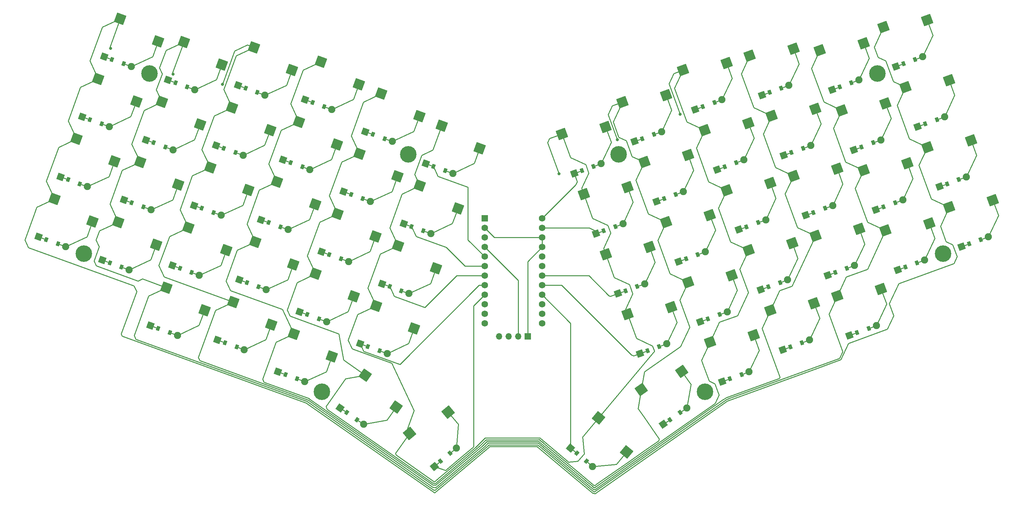
<source format=gbr>
%TF.GenerationSoftware,KiCad,Pcbnew,7.0.1-0*%
%TF.CreationDate,2023-04-16T11:56:44-05:00*%
%TF.ProjectId,tutorial,7475746f-7269-4616-9c2e-6b696361645f,v1.0.0*%
%TF.SameCoordinates,Original*%
%TF.FileFunction,Copper,L2,Bot*%
%TF.FilePolarity,Positive*%
%FSLAX46Y46*%
G04 Gerber Fmt 4.6, Leading zero omitted, Abs format (unit mm)*
G04 Created by KiCad (PCBNEW 7.0.1-0) date 2023-04-16 11:56:44*
%MOMM*%
%LPD*%
G01*
G04 APERTURE LIST*
G04 Aperture macros list*
%AMRotRect*
0 Rectangle, with rotation*
0 The origin of the aperture is its center*
0 $1 length*
0 $2 width*
0 $3 Rotation angle, in degrees counterclockwise*
0 Add horizontal line*
21,1,$1,$2,0,0,$3*%
G04 Aperture macros list end*
%TA.AperFunction,SMDPad,CuDef*%
%ADD10RotRect,2.600000X2.600000X20.000000*%
%TD*%
%TA.AperFunction,ComponentPad*%
%ADD11RotRect,1.778000X1.778000X20.000000*%
%TD*%
%TA.AperFunction,SMDPad,CuDef*%
%ADD12RotRect,0.900000X1.200000X20.000000*%
%TD*%
%TA.AperFunction,ComponentPad*%
%ADD13C,1.905000*%
%TD*%
%TA.AperFunction,ComponentPad*%
%ADD14RotRect,1.778000X1.778000X340.000000*%
%TD*%
%TA.AperFunction,SMDPad,CuDef*%
%ADD15RotRect,0.900000X1.200000X340.000000*%
%TD*%
%TA.AperFunction,SMDPad,CuDef*%
%ADD16RotRect,2.600000X2.600000X340.000000*%
%TD*%
%TA.AperFunction,ComponentPad*%
%ADD17C,0.700000*%
%TD*%
%TA.AperFunction,ComponentPad*%
%ADD18C,4.400000*%
%TD*%
%TA.AperFunction,ComponentPad*%
%ADD19RotRect,1.778000X1.778000X40.000000*%
%TD*%
%TA.AperFunction,SMDPad,CuDef*%
%ADD20RotRect,0.900000X1.200000X40.000000*%
%TD*%
%TA.AperFunction,ComponentPad*%
%ADD21R,1.700000X1.700000*%
%TD*%
%TA.AperFunction,ComponentPad*%
%ADD22O,1.700000X1.700000*%
%TD*%
%TA.AperFunction,ComponentPad*%
%ADD23R,1.752600X1.752600*%
%TD*%
%TA.AperFunction,ComponentPad*%
%ADD24C,1.752600*%
%TD*%
%TA.AperFunction,SMDPad,CuDef*%
%ADD25RotRect,2.600000X2.600000X40.000000*%
%TD*%
%TA.AperFunction,ComponentPad*%
%ADD26RotRect,1.778000X1.778000X320.000000*%
%TD*%
%TA.AperFunction,SMDPad,CuDef*%
%ADD27RotRect,0.900000X1.200000X320.000000*%
%TD*%
%TA.AperFunction,SMDPad,CuDef*%
%ADD28RotRect,2.600000X2.600000X320.000000*%
%TD*%
%TA.AperFunction,SMDPad,CuDef*%
%ADD29RotRect,2.600000X2.600000X35.000000*%
%TD*%
%TA.AperFunction,ComponentPad*%
%ADD30RotRect,1.778000X1.778000X35.000000*%
%TD*%
%TA.AperFunction,SMDPad,CuDef*%
%ADD31RotRect,0.900000X1.200000X35.000000*%
%TD*%
%TA.AperFunction,SMDPad,CuDef*%
%ADD32RotRect,2.600000X2.600000X325.000000*%
%TD*%
%TA.AperFunction,ComponentPad*%
%ADD33RotRect,1.778000X1.778000X325.000000*%
%TD*%
%TA.AperFunction,SMDPad,CuDef*%
%ADD34RotRect,0.900000X1.200000X325.000000*%
%TD*%
%TA.AperFunction,ViaPad*%
%ADD35C,0.800000*%
%TD*%
%TA.AperFunction,Conductor*%
%ADD36C,0.250000*%
%TD*%
G04 APERTURE END LIST*
D10*
%TO.P,S56,1*%
%TO.N,P9*%
X194610817Y-115411372D03*
%TO.P,S56,2*%
%TO.N,mirror_inner_num*%
X206216711Y-113528363D03*
%TD*%
%TO.P,S38,1*%
%TO.N,P16*%
X267756542Y-158492147D03*
%TO.P,S38,2*%
%TO.N,mirror_ring_mod*%
X279362436Y-156609138D03*
%TD*%
D11*
%TO.P,D35,1*%
%TO.N,P4*%
X277994812Y-135557314D03*
D12*
X280024548Y-134818550D03*
%TO.P,D35,2*%
%TO.N,mirror_pinky_home*%
X283125534Y-133689884D03*
D13*
X285155270Y-132951120D03*
%TD*%
D14*
%TO.P,D10,1*%
%TO.N,P18*%
X91101621Y-150383792D03*
D15*
X93131357Y-151122556D03*
%TO.P,D10,2*%
%TO.N,ring_bottom*%
X96232343Y-152251222D03*
D13*
X98262079Y-152989986D03*
%TD*%
D16*
%TO.P,S17,1*%
%TO.N,P7*%
X124747683Y-112134715D03*
%TO.P,S17,2*%
%TO.N,middle_top*%
X134848688Y-118152371D03*
%TD*%
D17*
%TO.P,_6,1*%
%TO.N,N/C*%
X294330321Y-147809110D03*
X294385406Y-146547457D03*
X295183494Y-148740185D03*
X295316481Y-145694284D03*
D18*
X295880814Y-147244777D03*
D17*
X296445147Y-148795270D03*
X296578134Y-145749369D03*
X297376222Y-147942097D03*
X297431307Y-146680444D03*
%TD*%
D14*
%TO.P,D25,1*%
%TO.N,P19*%
X146804315Y-155227335D03*
D15*
X148834051Y-155966099D03*
%TO.P,D25,2*%
%TO.N,inner_home*%
X151935037Y-157094765D03*
D13*
X153964773Y-157833529D03*
%TD*%
D16*
%TO.P,S14,1*%
%TO.N,P10*%
X107304657Y-160059046D03*
%TO.P,S14,2*%
%TO.N,middle_mod*%
X117405662Y-166076702D03*
%TD*%
D11*
%TO.P,D39,1*%
%TO.N,P5*%
X265184580Y-152989986D03*
D12*
X267214316Y-152251222D03*
%TO.P,D39,2*%
%TO.N,mirror_ring_bottom*%
X270315302Y-151122556D03*
D13*
X272345038Y-150383792D03*
%TD*%
D11*
%TO.P,D41,1*%
%TO.N,P0*%
X253555893Y-121040438D03*
D12*
X255585629Y-120301674D03*
%TO.P,D41,2*%
%TO.N,mirror_ring_top*%
X258686615Y-119173008D03*
D13*
X260716351Y-118434244D03*
%TD*%
D10*
%TO.P,S33,1*%
%TO.N,P14*%
X280038204Y-86978785D03*
%TO.P,S33,2*%
%TO.N,mirror_outer_num*%
X291644098Y-85095776D03*
%TD*%
D16*
%TO.P,S22,1*%
%TO.N,P8*%
X140807092Y-120640318D03*
%TO.P,S22,2*%
%TO.N,index_top*%
X150908097Y-126657974D03*
%TD*%
D10*
%TO.P,S43,1*%
%TO.N,P10*%
X249987015Y-162299279D03*
%TO.P,S43,2*%
%TO.N,mirror_middle_mod*%
X261592909Y-160416270D03*
%TD*%
D11*
%TO.P,D43,1*%
%TO.N,P6*%
X253229407Y-172771892D03*
D12*
X255259143Y-172033128D03*
%TO.P,D43,2*%
%TO.N,mirror_middle_mod*%
X258360129Y-170904462D03*
D13*
X260389865Y-170165698D03*
%TD*%
D16*
%TO.P,S8,1*%
%TO.N,P16*%
X94167938Y-90894912D03*
%TO.P,S8,2*%
%TO.N,pinky_num*%
X104268943Y-96912568D03*
%TD*%
D19*
%TO.P,D29,1*%
%TO.N,P15*%
X160705522Y-203831244D03*
D20*
X162360178Y-202442823D03*
%TO.P,D29,2*%
%TO.N,space_cluster*%
X164888124Y-200321623D03*
D13*
X166542780Y-198933202D03*
%TD*%
D16*
%TO.P,S19,1*%
%TO.N,P7*%
X123364065Y-168564643D03*
%TO.P,S19,2*%
%TO.N,index_mod*%
X133465070Y-174582299D03*
%TD*%
D17*
%TO.P,_1,1*%
%TO.N,N/C*%
X83458379Y-98756116D03*
X84311552Y-97825041D03*
X83513464Y-100017769D03*
X85573205Y-97769956D03*
D18*
X85008872Y-99320449D03*
D17*
X84444539Y-100870942D03*
X86504280Y-98623129D03*
X85706192Y-100815857D03*
X86559365Y-99884782D03*
%TD*%
D16*
%TO.P,S16,1*%
%TO.N,P7*%
X118933331Y-128109490D03*
%TO.P,S16,2*%
%TO.N,middle_home*%
X129034336Y-134127146D03*
%TD*%
%TO.P,S26,1*%
%TO.N,P9*%
X156866514Y-129145908D03*
%TO.P,S26,2*%
%TO.N,inner_top*%
X166967519Y-135163564D03*
%TD*%
D11*
%TO.P,D36,1*%
%TO.N,P0*%
X272180461Y-119582539D03*
D12*
X274210197Y-118843775D03*
%TO.P,D36,2*%
%TO.N,mirror_pinky_top*%
X277311183Y-117715109D03*
D13*
X279340919Y-116976345D03*
%TD*%
D14*
%TO.P,D17,1*%
%TO.N,P20*%
X120499832Y-122241369D03*
D15*
X122529568Y-122980133D03*
%TO.P,D17,2*%
%TO.N,middle_top*%
X125630554Y-124108799D03*
D13*
X127660290Y-124847563D03*
%TD*%
D14*
%TO.P,D16,1*%
%TO.N,P19*%
X114685479Y-138216148D03*
D15*
X116715215Y-138954912D03*
%TO.P,D16,2*%
%TO.N,middle_home*%
X119816201Y-140083578D03*
D13*
X121845937Y-140822342D03*
%TD*%
D14*
%TO.P,D26,1*%
%TO.N,P20*%
X152618658Y-139252562D03*
D15*
X154648394Y-139991326D03*
%TO.P,D26,2*%
%TO.N,inner_top*%
X157749380Y-141119992D03*
D13*
X159779116Y-141858756D03*
%TD*%
D14*
%TO.P,D22,1*%
%TO.N,P20*%
X136559249Y-130746969D03*
D15*
X138588985Y-131485733D03*
%TO.P,D22,2*%
%TO.N,index_top*%
X141689971Y-132614399D03*
D13*
X143719707Y-133353163D03*
%TD*%
D14*
%TO.P,D1,1*%
%TO.N,P18*%
X55562585Y-142769522D03*
D15*
X57592321Y-143508286D03*
%TO.P,D1,2*%
%TO.N,outer_bottom*%
X60693307Y-144636952D03*
D13*
X62723043Y-145375716D03*
%TD*%
D11*
%TO.P,D30,1*%
%TO.N,P5*%
X300723614Y-145375720D03*
D12*
X302753350Y-144636956D03*
%TO.P,D30,2*%
%TO.N,mirror_outer_bottom*%
X305854336Y-143508290D03*
D13*
X307884072Y-142769526D03*
%TD*%
D14*
%TO.P,D21,1*%
%TO.N,P19*%
X130744898Y-146721741D03*
D15*
X132774634Y-147460505D03*
%TO.P,D21,2*%
%TO.N,index_home*%
X135875620Y-148589171D03*
D13*
X137905356Y-149327935D03*
%TD*%
D21*
%TO.P,OLED1,1*%
%TO.N,GND*%
X185523336Y-169231975D03*
D22*
%TO.P,OLED1,2*%
%TO.N,VCC*%
X182983336Y-169231975D03*
%TO.P,OLED1,3*%
%TO.N,P3*%
X180443336Y-169231975D03*
%TO.P,OLED1,4*%
%TO.N,P2*%
X177903336Y-169231975D03*
%TD*%
D11*
%TO.P,D50,1*%
%TO.N,P4*%
X225541303Y-149327940D03*
D12*
X227571039Y-148589176D03*
%TO.P,D50,2*%
%TO.N,mirror_index_home*%
X230672025Y-147460510D03*
D13*
X232701761Y-146721746D03*
%TD*%
D11*
%TO.P,D34,1*%
%TO.N,P5*%
X283809152Y-151532094D03*
D12*
X285838888Y-150793330D03*
%TO.P,D34,2*%
%TO.N,mirror_pinky_bottom*%
X288939874Y-149664664D03*
D13*
X290969610Y-148925900D03*
%TD*%
D11*
%TO.P,D37,1*%
%TO.N,P1*%
X266366125Y-103607768D03*
D12*
X268395861Y-102869004D03*
%TO.P,D37,2*%
%TO.N,mirror_pinky_num*%
X271496847Y-101740338D03*
D13*
X273526583Y-101001574D03*
%TD*%
D10*
%TO.P,S39,1*%
%TO.N,P10*%
X261942196Y-142517373D03*
%TO.P,S39,2*%
%TO.N,mirror_ring_bottom*%
X273548090Y-140634364D03*
%TD*%
D14*
%TO.P,D2,1*%
%TO.N,P19*%
X61376932Y-126794752D03*
D15*
X63406668Y-127533516D03*
%TO.P,D2,2*%
%TO.N,outer_home*%
X66507654Y-128662182D03*
D13*
X68537390Y-129400946D03*
%TD*%
D23*
%TO.P,MCU1,1*%
%TO.N,RAW*%
X174103327Y-137861977D03*
D24*
%TO.P,MCU1,2*%
%TO.N,GND*%
X174103327Y-140401977D03*
%TO.P,MCU1,3*%
%TO.N,RST*%
X174103327Y-142941977D03*
%TO.P,MCU1,4*%
%TO.N,VCC*%
X174103327Y-145481977D03*
%TO.P,MCU1,5*%
%TO.N,P21*%
X174103327Y-148021977D03*
%TO.P,MCU1,6*%
%TO.N,P20*%
X174103327Y-150561977D03*
%TO.P,MCU1,7*%
%TO.N,P19*%
X174103327Y-153101977D03*
%TO.P,MCU1,8*%
%TO.N,P18*%
X174103327Y-155641977D03*
%TO.P,MCU1,9*%
%TO.N,P15*%
X174103327Y-158181977D03*
%TO.P,MCU1,10*%
%TO.N,P14*%
X174103327Y-160721977D03*
%TO.P,MCU1,11*%
%TO.N,P16*%
X174103327Y-163261977D03*
%TO.P,MCU1,12*%
%TO.N,P10*%
X174103327Y-165801977D03*
%TO.P,MCU1,13*%
%TO.N,P1*%
X189343327Y-137861977D03*
%TO.P,MCU1,14*%
%TO.N,P0*%
X189343327Y-140401977D03*
%TO.P,MCU1,15*%
%TO.N,GND*%
X189343327Y-142941977D03*
%TO.P,MCU1,16*%
X189343327Y-145481977D03*
%TO.P,MCU1,17*%
%TO.N,P2*%
X189343327Y-148021977D03*
%TO.P,MCU1,18*%
%TO.N,P3*%
X189343327Y-150561977D03*
%TO.P,MCU1,19*%
%TO.N,P4*%
X189343327Y-153101977D03*
%TO.P,MCU1,20*%
%TO.N,P5*%
X189343327Y-155641977D03*
%TO.P,MCU1,21*%
%TO.N,P6*%
X189343327Y-158181977D03*
%TO.P,MCU1,22*%
%TO.N,P7*%
X189343327Y-160721977D03*
%TO.P,MCU1,23*%
%TO.N,P8*%
X189343327Y-163261977D03*
%TO.P,MCU1,24*%
%TO.N,P9*%
X189343327Y-165801977D03*
%TD*%
D14*
%TO.P,D15,1*%
%TO.N,P18*%
X108871139Y-154190930D03*
D15*
X110900875Y-154929694D03*
%TO.P,D15,2*%
%TO.N,middle_bottom*%
X114001861Y-156058360D03*
D13*
X116031597Y-156797124D03*
%TD*%
D10*
%TO.P,S32,1*%
%TO.N,P14*%
X285852542Y-102953556D03*
%TO.P,S32,2*%
%TO.N,mirror_outer_top*%
X297458436Y-101070547D03*
%TD*%
D14*
%TO.P,D3,1*%
%TO.N,P20*%
X67191269Y-110819979D03*
D15*
X69221005Y-111558743D03*
%TO.P,D3,2*%
%TO.N,outer_top*%
X72321991Y-112687409D03*
D13*
X74351727Y-113426173D03*
%TD*%
D17*
%TO.P,_4,1*%
%TO.N,N/C*%
X129278271Y-183380934D03*
X130131444Y-182449859D03*
X129333356Y-184642587D03*
X131393097Y-182394774D03*
D18*
X130828764Y-183945267D03*
D17*
X130264431Y-185495760D03*
X132324172Y-183247947D03*
X131526084Y-185440675D03*
X132379257Y-184509600D03*
%TD*%
D10*
%TO.P,S36,1*%
%TO.N,P16*%
X268938078Y-109109921D03*
%TO.P,S36,2*%
%TO.N,mirror_pinky_top*%
X280543972Y-107226912D03*
%TD*%
D16*
%TO.P,S15,1*%
%TO.N,P7*%
X113118993Y-144084271D03*
%TO.P,S15,2*%
%TO.N,middle_bottom*%
X123219998Y-150101927D03*
%TD*%
%TO.P,S4,1*%
%TO.N,P14*%
X77253469Y-84738549D03*
%TO.P,S4,2*%
%TO.N,outer_num*%
X87354474Y-90756205D03*
%TD*%
D11*
%TO.P,D32,1*%
%TO.N,P0*%
X289094933Y-113426174D03*
D12*
X291124669Y-112687410D03*
%TO.P,D32,2*%
%TO.N,mirror_outer_top*%
X294225655Y-111558744D03*
D13*
X296255391Y-110819980D03*
%TD*%
D10*
%TO.P,S52,1*%
%TO.N,P8*%
X210670236Y-106905771D03*
%TO.P,S52,2*%
%TO.N,mirror_index_num*%
X222276130Y-105022762D03*
%TD*%
D16*
%TO.P,S10,1*%
%TO.N,P10*%
X95349472Y-140277142D03*
%TO.P,S10,2*%
%TO.N,ring_bottom*%
X105450477Y-146294798D03*
%TD*%
D10*
%TO.P,S50,1*%
%TO.N,P8*%
X222298916Y-138855324D03*
%TO.P,S50,2*%
%TO.N,mirror_index_home*%
X233904810Y-136972315D03*
%TD*%
D16*
%TO.P,S7,1*%
%TO.N,P16*%
X88353595Y-106869682D03*
%TO.P,S7,2*%
%TO.N,pinky_top*%
X98454600Y-112887338D03*
%TD*%
%TO.P,S9,1*%
%TO.N,P16*%
X89535134Y-156251914D03*
%TO.P,S9,2*%
%TO.N,ring_mod*%
X99636139Y-162269570D03*
%TD*%
D14*
%TO.P,D12,1*%
%TO.N,P20*%
X102730301Y-118434242D03*
D15*
X104760037Y-119173006D03*
%TO.P,D12,2*%
%TO.N,ring_top*%
X107861023Y-120301672D03*
D13*
X109890759Y-121040436D03*
%TD*%
D14*
%TO.P,D19,1*%
%TO.N,P15*%
X119116222Y-178671295D03*
D15*
X121145958Y-179410059D03*
%TO.P,D19,2*%
%TO.N,index_mod*%
X124246944Y-180538725D03*
D13*
X126276680Y-181277489D03*
%TD*%
D16*
%TO.P,S20,1*%
%TO.N,P8*%
X129178413Y-152589868D03*
%TO.P,S20,2*%
%TO.N,index_bottom*%
X139279418Y-158607524D03*
%TD*%
D11*
%TO.P,D38,1*%
%TO.N,P6*%
X270998924Y-168964758D03*
D12*
X273028660Y-168225994D03*
%TO.P,D38,2*%
%TO.N,mirror_ring_mod*%
X276129646Y-167097328D03*
D13*
X278159382Y-166358564D03*
%TD*%
D10*
%TO.P,S55,1*%
%TO.N,P9*%
X200425162Y-131386137D03*
%TO.P,S55,2*%
%TO.N,mirror_inner_top*%
X212031056Y-129503128D03*
%TD*%
D11*
%TO.P,D40,1*%
%TO.N,P4*%
X259370240Y-137015215D03*
D12*
X261399976Y-136276451D03*
%TO.P,D40,2*%
%TO.N,mirror_ring_home*%
X264500962Y-135147785D03*
D13*
X266530698Y-134409021D03*
%TD*%
D11*
%TO.P,D56,1*%
%TO.N,P1*%
X197853202Y-125883985D03*
D12*
X199882938Y-125145221D03*
%TO.P,D56,2*%
%TO.N,mirror_inner_num*%
X202983924Y-124016555D03*
D13*
X205013660Y-123277791D03*
%TD*%
D16*
%TO.P,S11,1*%
%TO.N,P10*%
X101163818Y-124302363D03*
%TO.P,S11,2*%
%TO.N,ring_home*%
X111264823Y-130320019D03*
%TD*%
D11*
%TO.P,D33,1*%
%TO.N,P1*%
X283280592Y-97451393D03*
D12*
X285310328Y-96712629D03*
%TO.P,D33,2*%
%TO.N,mirror_outer_num*%
X288411314Y-95583963D03*
D13*
X290441050Y-94845199D03*
%TD*%
D11*
%TO.P,D46,1*%
%TO.N,P0*%
X235786378Y-124847566D03*
D12*
X237816114Y-124108802D03*
%TO.P,D46,2*%
%TO.N,mirror_middle_top*%
X240917100Y-122980136D03*
D13*
X242946836Y-122241372D03*
%TD*%
D11*
%TO.P,D47,1*%
%TO.N,P1*%
X229972042Y-108872787D03*
D12*
X232001778Y-108134023D03*
%TO.P,D47,2*%
%TO.N,mirror_middle_num*%
X235102764Y-107005357D03*
D13*
X237132500Y-106266593D03*
%TD*%
D14*
%TO.P,D20,1*%
%TO.N,P18*%
X124930549Y-162696516D03*
D15*
X126960285Y-163435280D03*
%TO.P,D20,2*%
%TO.N,index_bottom*%
X130061271Y-164563946D03*
D13*
X132091007Y-165302710D03*
%TD*%
D11*
%TO.P,D31,1*%
%TO.N,P4*%
X294909266Y-129400941D03*
D12*
X296939002Y-128662177D03*
%TO.P,D31,2*%
%TO.N,mirror_outer_home*%
X300039988Y-127533511D03*
D13*
X302069724Y-126794747D03*
%TD*%
D11*
%TO.P,D45,1*%
%TO.N,P4*%
X241600724Y-140822343D03*
D12*
X243630460Y-140083579D03*
%TO.P,D45,2*%
%TO.N,mirror_middle_home*%
X246731446Y-138954913D03*
D13*
X248761182Y-138216149D03*
%TD*%
D14*
%TO.P,D18,1*%
%TO.N,P21*%
X126314167Y-106266604D03*
D15*
X128343903Y-107005368D03*
%TO.P,D18,2*%
%TO.N,middle_num*%
X131444889Y-108134034D03*
D13*
X133474625Y-108872798D03*
%TD*%
D10*
%TO.P,S37,1*%
%TO.N,P16*%
X263123737Y-93135146D03*
%TO.P,S37,2*%
%TO.N,mirror_pinky_num*%
X274729631Y-91252137D03*
%TD*%
D16*
%TO.P,S25,1*%
%TO.N,P9*%
X151052173Y-145120686D03*
%TO.P,S25,2*%
%TO.N,inner_home*%
X161153178Y-151138342D03*
%TD*%
D10*
%TO.P,S42,1*%
%TO.N,P10*%
X244499166Y-94593040D03*
%TO.P,S42,2*%
%TO.N,mirror_ring_num*%
X256105060Y-92710031D03*
%TD*%
D25*
%TO.P,S29,1*%
%TO.N,P9*%
X154076827Y-195099158D03*
%TO.P,S29,2*%
%TO.N,space_cluster*%
X164338773Y-189360259D03*
%TD*%
D11*
%TO.P,D42,1*%
%TO.N,P1*%
X247741558Y-105065661D03*
D12*
X249771294Y-104326897D03*
%TO.P,D42,2*%
%TO.N,mirror_ring_num*%
X252872280Y-103198231D03*
D13*
X254902016Y-102459467D03*
%TD*%
D16*
%TO.P,S24,1*%
%TO.N,P9*%
X145237830Y-161095453D03*
%TO.P,S24,2*%
%TO.N,inner_bottom*%
X155338835Y-167113109D03*
%TD*%
D10*
%TO.P,S47,1*%
%TO.N,P7*%
X226729648Y-98400173D03*
%TO.P,S47,2*%
%TO.N,mirror_middle_num*%
X238335542Y-96517164D03*
%TD*%
D16*
%TO.P,S5,1*%
%TO.N,P16*%
X76724910Y-138819236D03*
%TO.P,S5,2*%
%TO.N,pinky_bottom*%
X86825915Y-144836892D03*
%TD*%
D10*
%TO.P,S48,1*%
%TO.N,P7*%
X233927598Y-170804870D03*
%TO.P,S48,2*%
%TO.N,mirror_index_mod*%
X245533492Y-168921861D03*
%TD*%
D26*
%TO.P,D58,1*%
%TO.N,P6*%
X196903874Y-198933199D03*
D27*
X198558530Y-200321620D03*
%TO.P,D58,2*%
%TO.N,mirror_space_cluster*%
X201086476Y-202442820D03*
D13*
X202741132Y-203831241D03*
%TD*%
D28*
%TO.P,S58,1*%
%TO.N,P9*%
X204352233Y-190888907D03*
%TO.P,S58,2*%
%TO.N,mirror_space_cluster*%
X211785913Y-199998402D03*
%TD*%
D10*
%TO.P,S40,1*%
%TO.N,P10*%
X256127847Y-126542598D03*
%TO.P,S40,2*%
%TO.N,mirror_ring_home*%
X267733741Y-124659589D03*
%TD*%
D16*
%TO.P,S13,1*%
%TO.N,P10*%
X112792502Y-92352808D03*
%TO.P,S13,2*%
%TO.N,ring_num*%
X122893507Y-98370464D03*
%TD*%
%TO.P,S21,1*%
%TO.N,P8*%
X134992753Y-136615089D03*
%TO.P,S21,2*%
%TO.N,index_home*%
X145093758Y-142632745D03*
%TD*%
%TO.P,S1,1*%
%TO.N,P14*%
X59810436Y-132662877D03*
%TO.P,S1,2*%
%TO.N,outer_bottom*%
X69911441Y-138680533D03*
%TD*%
D14*
%TO.P,D11,1*%
%TO.N,P19*%
X96915963Y-134409021D03*
D15*
X98945699Y-135147785D03*
%TO.P,D11,2*%
%TO.N,ring_home*%
X102046685Y-136276451D03*
D13*
X104076421Y-137015215D03*
%TD*%
D17*
%TO.P,_5,1*%
%TO.N,N/C*%
X276887287Y-99884786D03*
X276942372Y-98623133D03*
X277740460Y-100815861D03*
X277873447Y-97769960D03*
D18*
X278437780Y-99320453D03*
D17*
X279002113Y-100870946D03*
X279135100Y-97825045D03*
X279933188Y-100017773D03*
X279988273Y-98756120D03*
%TD*%
D14*
%TO.P,D24,1*%
%TO.N,P18*%
X140989973Y-171202106D03*
D15*
X143019709Y-171940870D03*
%TO.P,D24,2*%
%TO.N,inner_bottom*%
X146120695Y-173069536D03*
D13*
X148150431Y-173808300D03*
%TD*%
D11*
%TO.P,D44,1*%
%TO.N,P5*%
X247415058Y-156797116D03*
D12*
X249444794Y-156058352D03*
%TO.P,D44,2*%
%TO.N,mirror_middle_bottom*%
X252545780Y-154929686D03*
D13*
X254575516Y-154190922D03*
%TD*%
D14*
%TO.P,D5,1*%
%TO.N,P18*%
X72477055Y-148925898D03*
D15*
X74506791Y-149664662D03*
%TO.P,D5,2*%
%TO.N,pinky_bottom*%
X77607777Y-150793328D03*
D13*
X79637513Y-151532092D03*
%TD*%
D10*
%TO.P,S30,1*%
%TO.N,P14*%
X297481228Y-134903110D03*
%TO.P,S30,2*%
%TO.N,mirror_outer_bottom*%
X309087122Y-133020101D03*
%TD*%
D14*
%TO.P,D7,1*%
%TO.N,P20*%
X84105741Y-116976347D03*
D15*
X86135477Y-117715111D03*
%TO.P,D7,2*%
%TO.N,pinky_top*%
X89236463Y-118843777D03*
D13*
X91266199Y-119582541D03*
%TD*%
D16*
%TO.P,S2,1*%
%TO.N,P14*%
X65624785Y-116688107D03*
%TO.P,S2,2*%
%TO.N,outer_home*%
X75725790Y-122705763D03*
%TD*%
D10*
%TO.P,S41,1*%
%TO.N,P10*%
X250313509Y-110567823D03*
%TO.P,S41,2*%
%TO.N,mirror_ring_top*%
X261919403Y-108684814D03*
%TD*%
%TO.P,S45,1*%
%TO.N,P7*%
X238358334Y-130349723D03*
%TO.P,S45,2*%
%TO.N,mirror_middle_home*%
X249964228Y-128466714D03*
%TD*%
D17*
%TO.P,_3,1*%
%TO.N,N/C*%
X152244917Y-120280582D03*
X153098090Y-119349507D03*
X152300002Y-121542235D03*
X154359743Y-119294422D03*
D18*
X153795410Y-120844915D03*
D17*
X153231077Y-122395408D03*
X155290818Y-120147595D03*
X154492730Y-122340323D03*
X155345903Y-121409248D03*
%TD*%
D16*
%TO.P,S27,1*%
%TO.N,P9*%
X162680853Y-113171123D03*
%TO.P,S27,2*%
%TO.N,inner_num*%
X172781858Y-119188779D03*
%TD*%
D10*
%TO.P,S49,1*%
%TO.N,P8*%
X228113263Y-154830092D03*
%TO.P,S49,2*%
%TO.N,mirror_index_bottom*%
X239719157Y-152947083D03*
%TD*%
D11*
%TO.P,D54,1*%
%TO.N,P4*%
X209481888Y-157833532D03*
D12*
X211511624Y-157094768D03*
%TO.P,D54,2*%
%TO.N,mirror_inner_home*%
X214612610Y-155966102D03*
D13*
X216642346Y-155227338D03*
%TD*%
D10*
%TO.P,S51,1*%
%TO.N,P8*%
X216484570Y-122880544D03*
%TO.P,S51,2*%
%TO.N,mirror_index_top*%
X228090464Y-120997535D03*
%TD*%
D11*
%TO.P,D49,1*%
%TO.N,P5*%
X231355647Y-165302714D03*
D12*
X233385383Y-164563950D03*
%TO.P,D49,2*%
%TO.N,mirror_index_bottom*%
X236486369Y-163435284D03*
D13*
X238516105Y-162696520D03*
%TD*%
D16*
%TO.P,S6,1*%
%TO.N,P16*%
X82539253Y-122844462D03*
%TO.P,S6,2*%
%TO.N,pinky_home*%
X92640258Y-128862118D03*
%TD*%
D10*
%TO.P,S53,1*%
%TO.N,P9*%
X212053843Y-163335683D03*
%TO.P,S53,2*%
%TO.N,mirror_inner_bottom*%
X223659737Y-161452674D03*
%TD*%
D11*
%TO.P,D53,1*%
%TO.N,P5*%
X215296226Y-173808310D03*
D12*
X217325962Y-173069546D03*
%TO.P,D53,2*%
%TO.N,mirror_inner_bottom*%
X220426948Y-171940880D03*
D13*
X222456684Y-171202116D03*
%TD*%
D14*
%TO.P,D23,1*%
%TO.N,P21*%
X142373579Y-114772194D03*
D15*
X144403315Y-115510958D03*
%TO.P,D23,2*%
%TO.N,index_num*%
X147504301Y-116639624D03*
D13*
X149534037Y-117378388D03*
%TD*%
D14*
%TO.P,D4,1*%
%TO.N,P21*%
X73005611Y-94845207D03*
D15*
X75035347Y-95583971D03*
%TO.P,D4,2*%
%TO.N,outer_num*%
X78136333Y-96712637D03*
D13*
X80166069Y-97451401D03*
%TD*%
D11*
%TO.P,D52,1*%
%TO.N,P1*%
X213912617Y-117378388D03*
D12*
X215942353Y-116639624D03*
%TO.P,D52,2*%
%TO.N,mirror_index_num*%
X219043339Y-115510958D03*
D13*
X221073075Y-114772194D03*
%TD*%
D11*
%TO.P,D55,1*%
%TO.N,P0*%
X203667551Y-141858750D03*
D12*
X205697287Y-141119986D03*
%TO.P,D55,2*%
%TO.N,mirror_inner_top*%
X208798273Y-139991320D03*
D13*
X210828009Y-139252556D03*
%TD*%
D14*
%TO.P,D13,1*%
%TO.N,P21*%
X108544647Y-102459466D03*
D15*
X110574383Y-103198230D03*
%TO.P,D13,2*%
%TO.N,ring_num*%
X113675369Y-104326896D03*
D13*
X115705105Y-105065660D03*
%TD*%
D10*
%TO.P,S54,2*%
%TO.N,mirror_inner_home*%
X217845394Y-145477899D03*
%TO.P,S54,1*%
%TO.N,P9*%
X206239500Y-147360908D03*
%TD*%
D16*
%TO.P,S23,1*%
%TO.N,P8*%
X146621436Y-104665539D03*
%TO.P,S23,2*%
%TO.N,index_num*%
X156722441Y-110683195D03*
%TD*%
D17*
%TO.P,_2,1*%
%TO.N,N/C*%
X66015359Y-146680444D03*
X66868532Y-145749369D03*
X66070444Y-147942097D03*
X68130185Y-145694284D03*
D18*
X67565852Y-147244777D03*
D17*
X67001519Y-148795270D03*
X69061260Y-146547457D03*
X68263172Y-148740185D03*
X69116345Y-147809110D03*
%TD*%
D29*
%TO.P,S57,1*%
%TO.N,P8*%
X215689854Y-183349446D03*
%TO.P,S57,2*%
%TO.N,mirror_layer_cluster*%
X226412929Y-178526773D03*
%TD*%
D14*
%TO.P,D14,1*%
%TO.N,P15*%
X103056796Y-170165693D03*
D15*
X105086532Y-170904457D03*
%TO.P,D14,2*%
%TO.N,middle_mod*%
X108187518Y-172033123D03*
D13*
X110217254Y-172771887D03*
%TD*%
D11*
%TO.P,D48,1*%
%TO.N,P6*%
X237169982Y-181277479D03*
D12*
X239199718Y-180538715D03*
%TO.P,D48,2*%
%TO.N,mirror_index_mod*%
X242300704Y-179410049D03*
D13*
X244330440Y-178671285D03*
%TD*%
D30*
%TO.P,D57,1*%
%TO.N,P6*%
X221532266Y-192626029D03*
D31*
X223301634Y-191387104D03*
%TO.P,D57,2*%
%TO.N,mirror_layer_cluster*%
X226004836Y-189494302D03*
D13*
X227774204Y-188255377D03*
%TD*%
D16*
%TO.P,S12,1*%
%TO.N,P10*%
X106978170Y-108327587D03*
%TO.P,S12,2*%
%TO.N,ring_top*%
X117079175Y-114345243D03*
%TD*%
D17*
%TO.P,_7,1*%
%TO.N,N/C*%
X208100762Y-121409253D03*
X208155847Y-120147600D03*
X208953935Y-122340328D03*
X209086922Y-119294427D03*
D18*
X209651255Y-120844920D03*
D17*
X210215588Y-122395413D03*
X210348575Y-119349512D03*
X211146663Y-121542240D03*
X211201748Y-120280587D03*
%TD*%
D10*
%TO.P,S34,1*%
%TO.N,P16*%
X280566759Y-141059470D03*
%TO.P,S34,2*%
%TO.N,mirror_pinky_bottom*%
X292172653Y-139176461D03*
%TD*%
D32*
%TO.P,S28,1*%
%TO.N,P8*%
X142391360Y-179592520D03*
%TO.P,S28,2*%
%TO.N,layer_cluster*%
X150590698Y-188019462D03*
%TD*%
D14*
%TO.P,D6,1*%
%TO.N,P19*%
X78291401Y-132951114D03*
D15*
X80321137Y-133689878D03*
%TO.P,D6,2*%
%TO.N,pinky_home*%
X83422123Y-134818544D03*
D13*
X85451859Y-135557308D03*
%TD*%
D10*
%TO.P,S35,1*%
%TO.N,P16*%
X274752424Y-125084697D03*
%TO.P,S35,2*%
%TO.N,mirror_pinky_home*%
X286358318Y-123201688D03*
%TD*%
%TO.P,S44,1*%
%TO.N,P7*%
X244172678Y-146324500D03*
%TO.P,S44,2*%
%TO.N,mirror_middle_bottom*%
X255778572Y-144441491D03*
%TD*%
%TO.P,S31,1*%
%TO.N,P14*%
X291666888Y-118928338D03*
%TO.P,S31,2*%
%TO.N,mirror_outer_home*%
X303272782Y-117045329D03*
%TD*%
D11*
%TO.P,D51,1*%
%TO.N,P0*%
X219726960Y-133353157D03*
D12*
X221756696Y-132614393D03*
%TO.P,D51,2*%
%TO.N,mirror_index_top*%
X224857682Y-131485727D03*
D13*
X226887418Y-130746963D03*
%TD*%
D16*
%TO.P,S18,1*%
%TO.N,P7*%
X130562021Y-96159941D03*
%TO.P,S18,2*%
%TO.N,middle_num*%
X140663026Y-102177597D03*
%TD*%
D17*
%TO.P,_8,1*%
%TO.N,N/C*%
X231067409Y-184509613D03*
X231122494Y-183247960D03*
X231920582Y-185440688D03*
X232053569Y-182394787D03*
D18*
X232617902Y-183945280D03*
D17*
X233182235Y-185495773D03*
X233315222Y-182449872D03*
X234113310Y-184642600D03*
X234168395Y-183380947D03*
%TD*%
D14*
%TO.P,D27,1*%
%TO.N,P21*%
X158432998Y-123277788D03*
D15*
X160462734Y-124016552D03*
%TO.P,D27,2*%
%TO.N,inner_num*%
X163563720Y-125145218D03*
D13*
X165593456Y-125883982D03*
%TD*%
D33*
%TO.P,D28,1*%
%TO.N,P15*%
X135672453Y-188255376D03*
D34*
X137441821Y-189494301D03*
%TO.P,D28,2*%
%TO.N,layer_cluster*%
X140145023Y-191387103D03*
D13*
X141914391Y-192626028D03*
%TD*%
D14*
%TO.P,D9,1*%
%TO.N,P15*%
X85287277Y-166358561D03*
D15*
X87317013Y-167097325D03*
%TO.P,D9,2*%
%TO.N,ring_mod*%
X90417999Y-168225991D03*
D13*
X92447735Y-168964755D03*
%TD*%
D16*
%TO.P,S3,1*%
%TO.N,P14*%
X71439132Y-100713325D03*
%TO.P,S3,2*%
%TO.N,outer_top*%
X81540137Y-106730981D03*
%TD*%
D14*
%TO.P,D8,1*%
%TO.N,P21*%
X89920077Y-101001572D03*
D15*
X91949813Y-101740336D03*
%TO.P,D8,2*%
%TO.N,pinky_num*%
X95050799Y-102869002D03*
D13*
X97080535Y-103607766D03*
%TD*%
D10*
%TO.P,S46,1*%
%TO.N,P7*%
X232543999Y-114374952D03*
%TO.P,S46,2*%
%TO.N,mirror_middle_top*%
X244149893Y-112491943D03*
%TD*%
D35*
%TO.N,P9*%
X193818378Y-125981688D03*
%TO.N,P8*%
X209312704Y-116947936D03*
%TO.N,P7*%
X225979376Y-110110766D03*
%TO.N,P14*%
X74690239Y-92607708D03*
%TO.N,P16*%
X91331087Y-99515822D03*
%TO.N,P10*%
X104419076Y-102151107D03*
%TD*%
D36*
%TO.N,ring_num*%
X115705105Y-105065660D02*
X121427947Y-102397056D01*
X121427947Y-102397056D02*
X122893507Y-98370465D01*
%TO.N,pinky_home*%
X83422123Y-134818543D02*
X85451859Y-135557308D01*
%TO.N,P19*%
X78291401Y-132951113D02*
X80321137Y-133689878D01*
%TO.N,outer_home*%
X66507654Y-128662182D02*
X68537389Y-129400947D01*
%TO.N,P19*%
X61376932Y-126794753D02*
X63406668Y-127533517D01*
%TO.N,P8*%
X203908173Y-208461211D02*
X203361214Y-208844197D01*
%TO.N,P9*%
X191323686Y-116607790D02*
X194610815Y-115411371D01*
X193818378Y-125981688D02*
X190808601Y-117712393D01*
X190808601Y-117712393D02*
X191323686Y-116607790D01*
%TO.N,P7*%
X225979376Y-110110766D02*
X223038004Y-102029407D01*
X223038004Y-102029407D02*
X224321655Y-99276610D01*
X224321655Y-99276610D02*
X226729648Y-98400173D01*
%TO.N,P8*%
X209312704Y-116947936D02*
X206875980Y-110253097D01*
X207980326Y-107884817D02*
X210670236Y-106905771D01*
X206875980Y-110253097D02*
X207980326Y-107884817D01*
%TO.N,P1*%
X197853201Y-125883983D02*
X198654968Y-128086819D01*
X198654968Y-128086819D02*
X198249972Y-128955330D01*
%TO.N,P0*%
X203667551Y-141858748D02*
X203391970Y-141101601D01*
X203391970Y-141101601D02*
X201891620Y-140401975D01*
%TO.N,P4*%
X209481886Y-157833533D02*
X207481572Y-158561589D01*
X207481572Y-158561589D02*
X207049972Y-158360331D01*
%TO.N,P5*%
X215296224Y-173808309D02*
X213610686Y-174421794D01*
X213610686Y-174421794D02*
X213049972Y-174160332D01*
%TO.N,P6*%
X189343330Y-158181975D02*
X196903874Y-165742520D01*
X196903874Y-165742520D02*
X196903874Y-198933199D01*
%TO.N,P5*%
X194531618Y-155641972D02*
X213049972Y-174160332D01*
X189343329Y-155641971D02*
X194531618Y-155641972D01*
%TO.N,P4*%
X201791618Y-153101974D02*
X207049972Y-158360331D01*
X189343327Y-153101975D02*
X201791618Y-153101974D01*
%TO.N,P0*%
X189343328Y-140401974D02*
X201891620Y-140401975D01*
%TO.N,P1*%
X189343328Y-137861974D02*
X198249972Y-128955330D01*
%TO.N,P9*%
X204352236Y-190888906D02*
X219168823Y-173231188D01*
X219168823Y-173231188D02*
X219153549Y-173056635D01*
X160840934Y-207848777D02*
X162105546Y-206787642D01*
X162105546Y-206787642D02*
X171604494Y-198817075D01*
X200496987Y-200455377D02*
X200103070Y-195952865D01*
X188734723Y-196224410D02*
X196403213Y-202659037D01*
X171604494Y-198817075D02*
X174197165Y-196224409D01*
X174197165Y-196224409D02*
X188734723Y-196224410D01*
X196403213Y-202659037D02*
X198825735Y-202447091D01*
X200103070Y-195952865D02*
X204352235Y-190888907D01*
X198825735Y-202447091D02*
X200496987Y-200455377D01*
X200425165Y-131386140D02*
X199847055Y-129797798D01*
X199847055Y-129797798D02*
X201727794Y-125764529D01*
X201727794Y-125764529D02*
X200906948Y-123509268D01*
X200906948Y-123509268D02*
X196873675Y-121628518D01*
X196873675Y-121628518D02*
X194610817Y-115411368D01*
X207542139Y-141739305D02*
X206789694Y-139671982D01*
X202756427Y-137791238D02*
X200425165Y-131386140D01*
X206239500Y-147360905D02*
X205661395Y-145772575D01*
X205661395Y-145772575D02*
X207542139Y-141739305D01*
X206789694Y-139671982D02*
X202756427Y-137791238D01*
X212053842Y-163335685D02*
X211544141Y-161935284D01*
X211544141Y-161935284D02*
X213424885Y-157902016D01*
X213424885Y-157902016D02*
X212535630Y-155458816D01*
X212535630Y-155458816D02*
X208502361Y-153578071D01*
X208502361Y-153578071D02*
X206239500Y-147360905D01*
X219153549Y-173056635D02*
X218674720Y-171741064D01*
X218674720Y-171741064D02*
X214385110Y-169740786D01*
X214385110Y-169740786D02*
X212053842Y-163335685D01*
%TO.N,P10*%
X104419076Y-102151107D02*
X107634064Y-93317995D01*
X111057859Y-91721453D02*
X112792499Y-92352809D01*
X107634064Y-93317995D02*
X111057859Y-91721453D01*
%TO.N,P16*%
X91331087Y-99515822D02*
X91162093Y-99153401D01*
X91162093Y-99153401D02*
X94167938Y-90894912D01*
%TO.N,P14*%
X74521241Y-92245291D02*
X77253471Y-84738549D01*
X74690239Y-92607708D02*
X74521241Y-92245291D01*
%TO.N,P15*%
X167673565Y-201528083D02*
X171161732Y-198601168D01*
X171161734Y-161123573D02*
X171161732Y-198601168D01*
X174103324Y-158181976D02*
X171161734Y-161123573D01*
%TO.N,P18*%
X141913119Y-173181787D02*
X151559927Y-176692940D01*
X174103328Y-155641978D02*
X172610892Y-155641976D01*
X172610892Y-155641976D02*
X151559927Y-176692940D01*
%TO.N,P19*%
X174103329Y-153101975D02*
X166680218Y-153101977D01*
X166680218Y-153101977D02*
X158207775Y-161574422D01*
%TO.N,P20*%
X174103326Y-150561976D02*
X168864912Y-150561975D01*
X168864912Y-150561975D02*
X163834178Y-145531242D01*
%TO.N,P21*%
X174103327Y-148021981D02*
X169648522Y-143567169D01*
X169648522Y-143567169D02*
X169648523Y-129556470D01*
%TO.N,P15*%
X160705518Y-203831241D02*
X163651097Y-204903341D01*
X163651097Y-204903341D02*
X167673565Y-201528083D01*
%TO.N,P18*%
X140989973Y-171202105D02*
X141913119Y-173181787D01*
%TO.N,P19*%
X150067701Y-158611681D02*
X158207775Y-161574422D01*
X148834051Y-155966099D02*
X150067701Y-158611681D01*
%TO.N,P20*%
X155882045Y-142636902D02*
X163834178Y-145531242D01*
X154648393Y-139991322D02*
X155882045Y-142636902D01*
%TO.N,P21*%
X161696390Y-126662128D02*
X169648523Y-129556470D01*
X160462732Y-124016554D02*
X161696390Y-126662128D01*
%TO.N,VCC*%
X182983335Y-169231974D02*
X182983333Y-154361980D01*
X182983333Y-154361980D02*
X174103329Y-145481975D01*
%TO.N,GND*%
X189343331Y-142941978D02*
X176643330Y-142941977D01*
X176643330Y-142941977D02*
X174103328Y-140401976D01*
X189343326Y-145481975D02*
X189343331Y-142941978D01*
X185523333Y-169231971D02*
X185523335Y-149301972D01*
X185523335Y-149301972D02*
X189343326Y-145481975D01*
%TO.N,P8*%
X142391360Y-179592522D02*
X137107327Y-180524240D01*
X131974761Y-187854304D02*
X132072995Y-188411393D01*
X132224270Y-188591681D02*
X160304329Y-208253545D01*
X160987404Y-208313310D02*
X172506579Y-198647568D01*
X190434756Y-198238334D02*
X189312615Y-197296750D01*
X199140480Y-205543308D02*
X190434756Y-198238334D01*
X137107327Y-180524240D02*
X131974761Y-187854304D01*
X132072995Y-188411393D02*
X132224270Y-188591681D01*
X172506579Y-198647568D02*
X174430833Y-196723315D01*
X160304329Y-208253545D02*
X160987404Y-208313310D01*
X174430833Y-196723315D02*
X188195365Y-196723311D01*
X188195365Y-196723311D02*
X188588253Y-196688939D01*
X188588253Y-196688939D02*
X190434756Y-198238334D01*
%TO.N,P7*%
X160206375Y-208734312D02*
X160355913Y-208747390D01*
X118638014Y-170768440D02*
X115069097Y-180573951D01*
X173408678Y-198478052D02*
X174713414Y-197173314D01*
X127203405Y-185682198D02*
X127268225Y-185670763D01*
X115069097Y-180573951D02*
X115457588Y-181407062D01*
X123364062Y-168564640D02*
X118638014Y-170768440D01*
X115457588Y-181407062D02*
X127203405Y-185682198D01*
X127268225Y-185670763D02*
X127573599Y-185884595D01*
X127573599Y-185884595D02*
X160206375Y-208734312D01*
X160355913Y-208747390D02*
X161093275Y-208811901D01*
X161093275Y-208811901D02*
X173408678Y-198478052D01*
X174713414Y-197173314D02*
X188215004Y-197173311D01*
X188215004Y-197173311D02*
X188441790Y-197153471D01*
%TO.N,P10*%
X202862242Y-209841103D02*
X189795930Y-198877164D01*
X107304649Y-160059041D02*
X102578598Y-162262837D01*
X162820099Y-207950363D02*
X174157556Y-198437102D01*
X98017823Y-174793468D02*
X98436198Y-175690669D01*
X189795930Y-198877164D02*
X189423545Y-198564694D01*
X102578598Y-162262837D02*
X98017823Y-174793468D01*
X98436198Y-175690669D02*
X127162803Y-186146293D01*
X127162803Y-186146293D02*
X160333249Y-209372491D01*
X160333249Y-209372491D02*
X161050483Y-209435242D01*
X161050483Y-209435242D02*
X161127001Y-209371026D01*
X161127001Y-209371026D02*
X162820099Y-207950363D01*
X174157556Y-198437102D02*
X174971347Y-197623313D01*
X174971347Y-197623313D02*
X188301648Y-197623315D01*
X188301648Y-197623315D02*
X189795930Y-198877164D01*
%TO.N,P16*%
X202715778Y-210305634D02*
X188932773Y-198740323D01*
X188932773Y-198740323D02*
X188148856Y-198082539D01*
X176332273Y-198073311D02*
X176339868Y-198080901D01*
X176339868Y-198080901D02*
X188146908Y-198080909D01*
X188146908Y-198080909D02*
X188932773Y-198740323D01*
%TO.N,P14*%
X202754471Y-210925532D02*
X188178367Y-198694735D01*
X77737045Y-169114552D02*
X126601061Y-186899600D01*
X160826414Y-210798120D02*
X175437650Y-198537846D01*
X59810439Y-132662883D02*
X55084391Y-134866673D01*
X51925895Y-143544558D02*
X52882170Y-145595299D01*
X55084391Y-134866673D02*
X54388440Y-136778771D01*
X188178367Y-198694735D02*
X188002392Y-198547075D01*
X54388440Y-136778771D02*
X51925895Y-143544558D01*
X52882170Y-145595299D02*
X80885013Y-155787503D01*
X81602217Y-157325558D02*
X77497973Y-168601867D01*
X77497973Y-168601867D02*
X77737045Y-169114552D01*
X80885013Y-155787503D02*
X81602217Y-157325558D01*
X126601061Y-186899600D02*
X160718166Y-210788660D01*
X175524454Y-198545442D02*
X188000443Y-198545441D01*
X160718166Y-210788660D02*
X160826414Y-210798120D01*
X175437650Y-198537846D02*
X175524454Y-198545442D01*
X188000443Y-198545441D02*
X188178367Y-198694735D01*
%TO.N,P16*%
X175229274Y-198073315D02*
X176332273Y-198073311D01*
X174906439Y-198396146D02*
X175229274Y-198073315D01*
%TO.N,P8*%
X189028694Y-197058510D02*
X188588256Y-196688943D01*
X202970703Y-208757245D02*
X199140480Y-205543308D01*
X203361214Y-208844197D02*
X203101419Y-208866927D01*
X211843006Y-202905188D02*
X203908173Y-208461211D01*
X203101419Y-208866927D02*
X202970703Y-208757245D01*
X189312615Y-197296750D02*
X189028694Y-197058510D01*
%TO.N,P7*%
X200689736Y-207430718D02*
X188441790Y-197153474D01*
X203510674Y-209288901D02*
X203331029Y-209414684D01*
X202620653Y-209050947D02*
X202528244Y-208973407D01*
X203008708Y-209376571D02*
X202620653Y-209050947D01*
X203331029Y-209414684D02*
X203080277Y-209436622D01*
X203080277Y-209436622D02*
X203008708Y-209376571D01*
X200935355Y-207636813D02*
X200689736Y-207430718D01*
X202528244Y-208973407D02*
X200935355Y-207636813D01*
%TO.N,P10*%
X203021233Y-209974505D02*
X202862242Y-209841103D01*
X189423545Y-198564694D02*
X188909815Y-198133623D01*
X203358167Y-209945033D02*
X203021233Y-209974505D01*
X188909815Y-198133623D02*
X188295324Y-197618003D01*
%TO.N,P16*%
X203266142Y-210558813D02*
X202951357Y-210503312D01*
X202951357Y-210503312D02*
X202715778Y-210305634D01*
%TO.N,P8*%
X217085579Y-199234293D02*
X211843006Y-202905188D01*
X220290921Y-196989895D02*
X217085579Y-199234293D01*
X215689855Y-183349450D02*
X214792311Y-188439679D01*
X214792311Y-188439679D02*
X216309303Y-190606172D01*
X216309303Y-190606172D02*
X220439060Y-196504065D01*
X220439060Y-196504065D02*
X220362186Y-196939985D01*
X220362186Y-196939985D02*
X220290921Y-196989895D01*
%TO.N,P7*%
X203674502Y-209174179D02*
X203510674Y-209288901D01*
X234856257Y-187340480D02*
X203674502Y-209174179D01*
X235342369Y-187000105D02*
X234856257Y-187340480D01*
X236345669Y-184848513D02*
X235342369Y-187000105D01*
X235938920Y-183730989D02*
X236345669Y-184848513D01*
%TO.N,P10*%
X252416862Y-157088469D02*
X247757122Y-167081316D01*
X248083609Y-115349859D02*
X251345819Y-124312699D01*
X261942195Y-142517366D02*
X255705786Y-155891397D01*
X247757122Y-167081316D02*
X252478198Y-180052379D01*
X244499169Y-94593044D02*
X242269268Y-99375084D01*
X257160156Y-140287467D02*
X261942195Y-142517366D01*
X245531478Y-108337925D02*
X250313510Y-110567825D01*
X242269268Y-99375084D02*
X245531478Y-108337925D01*
X250313510Y-110567825D02*
X248083609Y-115349859D01*
X252478198Y-180052379D02*
X252298899Y-180436884D01*
X238089871Y-185608556D02*
X238078042Y-185633908D01*
X251345819Y-124312699D02*
X256127849Y-126542596D01*
X238078042Y-185633908D02*
X237388272Y-186116899D01*
X256127849Y-126542596D02*
X253897951Y-131324633D01*
X253897951Y-131324633D02*
X257160156Y-140287467D01*
X255705786Y-155891397D02*
X252416862Y-157088469D01*
X252298899Y-180436884D02*
X238089871Y-185608556D01*
X237388272Y-186116899D02*
X203358167Y-209945033D01*
%TO.N,P16*%
X268938083Y-109109924D02*
X266708183Y-113891965D01*
X269970380Y-122854797D02*
X274752426Y-125084700D01*
X266708183Y-113891965D02*
X269970380Y-122854797D01*
X274752426Y-125084700D02*
X272522524Y-129866744D01*
X275784731Y-138829564D02*
X280566763Y-141059468D01*
X272522524Y-129866744D02*
X275784731Y-138829564D01*
X280566763Y-141059468D02*
X275764768Y-151357381D01*
X275764768Y-151357381D02*
X270126615Y-153409504D01*
X270126615Y-153409504D02*
X265526641Y-163274179D01*
X265526641Y-163274179D02*
X269175007Y-173297998D01*
X269175007Y-173297998D02*
X268346398Y-175074963D01*
X268346398Y-175074963D02*
X238681732Y-185872013D01*
X238876302Y-185801197D02*
X238350235Y-185992674D01*
X238350235Y-185992674D02*
X203266142Y-210558813D01*
%TO.N,P14*%
X203371563Y-211034344D02*
X202754471Y-210925532D01*
X238559808Y-186395273D02*
X203371563Y-211034344D01*
X262473485Y-177691403D02*
X238559808Y-186395273D01*
%TO.N,P7*%
X235254882Y-181851606D02*
X235938920Y-183730989D01*
X231697704Y-175586905D02*
X232211941Y-176999755D01*
X233716824Y-181134397D02*
X235254882Y-181851606D01*
X232211941Y-176999755D02*
X233716824Y-181134397D01*
X233927599Y-170804876D02*
X231697704Y-175586905D01*
%TO.N,P14*%
X284065000Y-155147083D02*
X281554782Y-160530277D01*
X270707546Y-171076247D02*
X268675463Y-175434070D01*
X282717648Y-163725228D02*
X281044166Y-167314028D01*
X298398084Y-144822214D02*
X299560952Y-148017169D01*
X295988052Y-142294029D02*
X296603686Y-143985474D01*
X281044166Y-167314028D02*
X270707546Y-171076247D01*
X266796072Y-176118116D02*
X262473485Y-177691403D01*
X297481224Y-134903108D02*
X295131797Y-139941490D01*
X296603686Y-143985474D02*
X298398084Y-144822214D01*
X299560952Y-148017169D02*
X298724210Y-149811567D01*
X295131797Y-139941490D02*
X295988052Y-142294029D01*
X298724210Y-149811567D02*
X284065000Y-155147083D01*
X281554782Y-160530277D02*
X282717648Y-163725228D01*
X268675463Y-175434070D02*
X266796072Y-176118116D01*
%TO.N,P7*%
X244172673Y-146324506D02*
X241823240Y-151362881D01*
X241823240Y-151362881D02*
X244081779Y-157568159D01*
X244081779Y-157568159D02*
X241212954Y-163720378D01*
X241212954Y-163720378D02*
X236417211Y-165465887D01*
X236417211Y-165465887D02*
X233927599Y-170804876D01*
%TO.N,P14*%
X297481224Y-134903108D02*
X292699195Y-132673215D01*
X292699195Y-132673215D02*
X289436987Y-123710371D01*
X289436987Y-123710371D02*
X291666889Y-118928335D01*
X291666889Y-118928335D02*
X286884856Y-116698434D01*
X286884856Y-116698434D02*
X283622645Y-107735585D01*
X283622645Y-107735585D02*
X285852543Y-102953556D01*
X285852543Y-102953556D02*
X282608565Y-101440864D01*
X282608565Y-101440864D02*
X280613034Y-95958194D01*
X278562292Y-95001916D02*
X277569236Y-92273510D01*
X280613034Y-95958194D02*
X278562292Y-95001916D01*
X277569236Y-92273510D02*
X280038200Y-86978786D01*
%TO.N,P16*%
X268938083Y-109109924D02*
X264156044Y-106880022D01*
X264156044Y-106880022D02*
X260893841Y-97917186D01*
X260893841Y-97917186D02*
X263123744Y-93135144D01*
%TO.N,P7*%
X244172673Y-146324506D02*
X239390643Y-144094604D01*
X239390643Y-144094604D02*
X236128434Y-135131758D01*
X236128434Y-135131758D02*
X238358333Y-130349727D01*
%TO.N,P8*%
X228113265Y-154830089D02*
X223331225Y-152600188D01*
X223331225Y-152600188D02*
X220069016Y-143637356D01*
X220069016Y-143637356D02*
X222298914Y-138855323D01*
%TO.N,P7*%
X238358333Y-130349727D02*
X233576301Y-128119831D01*
X233576301Y-128119831D02*
X230314090Y-119157000D01*
X230314090Y-119157000D02*
X232543997Y-114374953D01*
%TO.N,P8*%
X222298914Y-138855323D02*
X217516886Y-136625427D01*
X217516886Y-136625427D02*
X214254682Y-127662585D01*
X214254682Y-127662585D02*
X216484576Y-122880544D01*
%TO.N,P7*%
X232543997Y-114374953D02*
X227761952Y-112145051D01*
X227761952Y-112145051D02*
X224499751Y-103182212D01*
X224499751Y-103182212D02*
X226729648Y-98400173D01*
%TO.N,P8*%
X210670229Y-106905773D02*
X208201263Y-112200491D01*
X208201263Y-112200491D02*
X209673153Y-116244482D01*
X209673153Y-116244482D02*
X211723896Y-117200755D01*
X211723896Y-117200755D02*
X213240596Y-121367853D01*
X213240596Y-121367853D02*
X216484576Y-122880544D01*
%TO.N,P9*%
X154076830Y-195099156D02*
X150432886Y-200303245D01*
X150432886Y-200303245D02*
X150516280Y-200776171D01*
X150516280Y-200776171D02*
X160585029Y-207826385D01*
X160585029Y-207826385D02*
X160840934Y-207848777D01*
X160840934Y-207848777D02*
X160617914Y-207829263D01*
%TO.N,P16*%
X160900412Y-210148600D02*
X174906439Y-198396146D01*
X160544100Y-210117427D02*
X160900412Y-210148600D01*
X89535136Y-156251913D02*
X84809075Y-158455704D01*
X80966543Y-169012981D02*
X81414801Y-169974268D01*
X84809075Y-158455704D02*
X80966543Y-169012981D01*
X81414801Y-169974268D02*
X123560013Y-185313867D01*
X123560013Y-185313867D02*
X126867941Y-186517863D01*
X126867941Y-186517863D02*
X126871813Y-186539838D01*
X126871813Y-186539838D02*
X160544100Y-210117427D01*
%TO.N,P8*%
X215689853Y-183349446D02*
X216519370Y-178644997D01*
X216519370Y-178644997D02*
X226098476Y-171937634D01*
X226098476Y-171937634D02*
X228499025Y-166789651D01*
X228499025Y-166789651D02*
X225885195Y-159608210D01*
X225885195Y-159608210D02*
X228113251Y-154830090D01*
%TO.N,P6*%
X198558528Y-200321618D02*
X196903876Y-198933197D01*
%TO.N,mirror_space_cluster*%
X202741132Y-203831242D02*
X201086489Y-202442814D01*
X211785912Y-199998394D02*
X209031570Y-203280899D01*
X209031570Y-203280899D02*
X202741132Y-203831242D01*
%TO.N,mirror_layer_cluster*%
X227774201Y-188255372D02*
X228870707Y-182036843D01*
X228870707Y-182036843D02*
X226412920Y-178526775D01*
%TO.N,P6*%
X223301640Y-191387104D02*
X221532267Y-192626027D01*
%TO.N,mirror_layer_cluster*%
X227774201Y-188255372D02*
X226004837Y-189494308D01*
%TO.N,mirror_index_num*%
X222276124Y-105022761D02*
X223741685Y-109049346D01*
X223741685Y-109049346D02*
X221073072Y-114772192D01*
%TO.N,mirror_inner_num*%
X206216706Y-113528356D02*
X207682264Y-117554943D01*
X207682264Y-117554943D02*
X205013660Y-123277785D01*
%TO.N,mirror_inner_top*%
X212031052Y-129503126D02*
X213496614Y-133529718D01*
X213496614Y-133529718D02*
X210828004Y-139252558D01*
%TO.N,mirror_index_top*%
X226887422Y-130746960D02*
X229556019Y-125024125D01*
X229556019Y-125024125D02*
X228090468Y-120997541D01*
%TO.N,mirror_index_home*%
X233904811Y-136972319D02*
X235370368Y-140998898D01*
X235370368Y-140998898D02*
X232701759Y-146721739D01*
%TO.N,mirror_inner_home*%
X216642345Y-155227339D02*
X219310945Y-149504491D01*
X219310945Y-149504491D02*
X217845390Y-145477896D01*
%TO.N,mirror_inner_bottom*%
X222456684Y-171202112D02*
X225125286Y-165479257D01*
X225125286Y-165479257D02*
X223659739Y-161452683D01*
%TO.N,mirror_index_mod*%
X244330447Y-178671290D02*
X246999052Y-172948444D01*
X246999052Y-172948444D02*
X245533493Y-168921861D01*
%TO.N,mirror_index_bottom*%
X238516103Y-162696520D02*
X241184706Y-156973670D01*
X241184706Y-156973670D02*
X239719161Y-152947090D01*
%TO.N,mirror_middle_home*%
X249964230Y-128466717D02*
X251429789Y-132493297D01*
X251429789Y-132493297D02*
X248761172Y-138216146D01*
%TO.N,mirror_middle_top*%
X244149891Y-112491951D02*
X245615442Y-116518521D01*
X245615442Y-116518521D02*
X242946836Y-122241373D01*
%TO.N,mirror_middle_num*%
X238335541Y-96517163D02*
X239801101Y-100543755D01*
X239801101Y-100543755D02*
X237132493Y-106266592D01*
%TO.N,mirror_ring_num*%
X254902006Y-102459471D02*
X257570618Y-96736618D01*
X257570618Y-96736618D02*
X256105063Y-92710037D01*
%TO.N,mirror_ring_top*%
X261919404Y-108684821D02*
X263384964Y-112711399D01*
X263384964Y-112711399D02*
X260716355Y-118434244D01*
%TO.N,mirror_ring_home*%
X267733746Y-124659588D02*
X269199296Y-128686168D01*
X269199296Y-128686168D02*
X266530693Y-134409007D01*
%TO.N,mirror_ring_bottom*%
X273548084Y-140634361D02*
X275013643Y-144660938D01*
X275013643Y-144660938D02*
X272345039Y-150383791D01*
%TO.N,mirror_middle_bottom*%
X255778563Y-144441494D02*
X257244131Y-148468075D01*
X257244131Y-148468075D02*
X254575520Y-154190922D01*
%TO.N,mirror_ring_mod*%
X279362434Y-156609139D02*
X280827987Y-160635714D01*
X280827987Y-160635714D02*
X278159381Y-166358567D01*
%TO.N,mirror_middle_mod*%
X260389866Y-170165695D02*
X263058474Y-164442844D01*
X263058474Y-164442844D02*
X261592919Y-160416264D01*
%TO.N,mirror_pinky_num*%
X273526579Y-101001573D02*
X276195190Y-95278718D01*
X276195190Y-95278718D02*
X274729631Y-91252135D01*
%TO.N,mirror_outer_num*%
X290441040Y-94845206D02*
X293109649Y-89122355D01*
X293109649Y-89122355D02*
X291644099Y-85095772D01*
%TO.N,mirror_outer_top*%
X297458432Y-101070543D02*
X298923991Y-105097136D01*
X298923991Y-105097136D02*
X296255387Y-110819985D01*
%TO.N,mirror_pinky_top*%
X279340925Y-116976347D02*
X282009531Y-111253493D01*
X282009531Y-111253493D02*
X280543976Y-107226918D01*
%TO.N,mirror_outer_home*%
X303272781Y-117045330D02*
X304738336Y-121071899D01*
X304738336Y-121071899D02*
X302069726Y-126794746D01*
%TO.N,mirror_pinky_home*%
X285155262Y-132951118D02*
X287823878Y-127228267D01*
X287823878Y-127228267D02*
X286358316Y-123201687D01*
%TO.N,mirror_pinky_bottom*%
X290969600Y-148925896D02*
X293638217Y-143203045D01*
X293638217Y-143203045D02*
X292172658Y-139176458D01*
%TO.N,mirror_outer_bottom*%
X307884075Y-142769531D02*
X310552680Y-137046681D01*
X310552680Y-137046681D02*
X309087125Y-133020102D01*
X305854340Y-143508289D02*
X307884075Y-142769531D01*
%TO.N,P5*%
X300723622Y-145375725D02*
X302753356Y-144636959D01*
%TO.N,mirror_pinky_bottom*%
X288939869Y-149664659D02*
X290969600Y-148925896D01*
%TO.N,P5*%
X283809143Y-151532085D02*
X285838882Y-150793320D01*
%TO.N,mirror_outer_home*%
X300039985Y-127533518D02*
X302069726Y-126794746D01*
%TO.N,P4*%
X294909271Y-129400943D02*
X296939004Y-128662177D01*
%TO.N,mirror_pinky_home*%
X283125532Y-133689883D02*
X285155262Y-132951118D01*
%TO.N,P4*%
X277994806Y-135557311D02*
X280024541Y-134818548D01*
%TO.N,P0*%
X272180470Y-119582536D02*
X274210202Y-118843772D01*
%TO.N,mirror_pinky_top*%
X279340925Y-116976347D02*
X277311186Y-117715108D01*
%TO.N,P0*%
X291124668Y-112687413D02*
X289094933Y-113426178D01*
%TO.N,mirror_outer_top*%
X296255387Y-110819985D02*
X294225655Y-111558746D01*
%TO.N,mirror_outer_num*%
X288411306Y-95583969D02*
X290441040Y-94845206D01*
%TO.N,P1*%
X283280590Y-97451400D02*
X285310320Y-96712636D01*
%TO.N,mirror_pinky_num*%
X271496841Y-101740332D02*
X273526579Y-101001573D01*
%TO.N,P1*%
X266366122Y-103607762D02*
X268395859Y-102869003D01*
%TO.N,mirror_ring_num*%
X252872275Y-103198228D02*
X254902006Y-102459471D01*
%TO.N,P1*%
X247741555Y-105065665D02*
X249771290Y-104326900D01*
%TO.N,P0*%
X253555895Y-121040437D02*
X255585629Y-120301671D01*
%TO.N,mirror_ring_top*%
X260716355Y-118434244D02*
X258686620Y-119173008D01*
%TO.N,mirror_ring_home*%
X264500958Y-135147779D02*
X266530693Y-134409007D01*
%TO.N,P4*%
X259370236Y-137015212D02*
X261399974Y-136276443D01*
%TO.N,P5*%
X267214320Y-152251221D02*
X265184581Y-152989981D01*
%TO.N,mirror_ring_bottom*%
X272345039Y-150383791D02*
X270315299Y-151122558D01*
%TO.N,mirror_ring_mod*%
X278159381Y-166358567D02*
X276129641Y-167097338D01*
%TO.N,P6*%
X270998921Y-168964758D02*
X273028662Y-168225993D01*
%TO.N,mirror_middle_mod*%
X258360126Y-170904457D02*
X260389866Y-170165695D01*
%TO.N,P6*%
X253229406Y-172771891D02*
X255259145Y-172033127D01*
%TO.N,mirror_middle_bottom*%
X252545789Y-154929686D02*
X254575520Y-154190922D01*
%TO.N,P5*%
X247415063Y-156797113D02*
X249444797Y-156058351D01*
%TO.N,mirror_middle_top*%
X242946836Y-122241373D02*
X240917103Y-122980136D01*
%TO.N,mirror_middle_home*%
X246731438Y-138954908D02*
X248761172Y-138216146D01*
%TO.N,P4*%
X241600718Y-140822336D02*
X243630464Y-140083573D01*
%TO.N,P0*%
X237816112Y-124108808D02*
X235786376Y-124847567D01*
%TO.N,mirror_middle_num*%
X235102756Y-107005359D02*
X237132493Y-106266592D01*
%TO.N,P1*%
X229972041Y-108872787D02*
X232001776Y-108134023D01*
%TO.N,mirror_index_num*%
X219043341Y-115510957D02*
X221073072Y-114772192D01*
%TO.N,P1*%
X213912624Y-117378388D02*
X215942358Y-116639627D01*
%TO.N,mirror_index_top*%
X224857685Y-131485727D02*
X226887422Y-130746960D01*
%TO.N,P0*%
X221756700Y-132614397D02*
X219726958Y-133353160D01*
%TO.N,mirror_index_home*%
X230672027Y-147460506D02*
X232701759Y-146721739D01*
%TO.N,P4*%
X225541306Y-149327936D02*
X227571038Y-148589175D01*
%TO.N,mirror_index_bottom*%
X236486371Y-163435279D02*
X238516103Y-162696520D01*
%TO.N,P5*%
X231355644Y-165302711D02*
X233385379Y-164563947D01*
%TO.N,mirror_index_mod*%
X242300712Y-179410052D02*
X244330447Y-178671290D01*
%TO.N,P6*%
X237169989Y-181277489D02*
X239199725Y-180538718D01*
%TO.N,mirror_inner_bottom*%
X220426949Y-171940878D02*
X222456684Y-171202112D01*
%TO.N,P5*%
X215296229Y-173808302D02*
X217325963Y-173069540D01*
%TO.N,mirror_inner_home*%
X214612610Y-155966111D02*
X216642345Y-155227339D01*
%TO.N,P4*%
X209481886Y-157833525D02*
X211511624Y-157094765D01*
%TO.N,P0*%
X205697280Y-141119995D02*
X203667543Y-141858752D01*
%TO.N,mirror_inner_top*%
X210828004Y-139252558D02*
X208798262Y-139991325D01*
%TO.N,mirror_inner_num*%
X202983930Y-124016551D02*
X205013660Y-123277785D01*
%TO.N,P1*%
X197853202Y-125883976D02*
X199882935Y-125145221D01*
%TO.N,P9*%
X145237833Y-161095456D02*
X140306688Y-163394884D01*
X140306688Y-163394884D02*
X137810881Y-170252061D01*
X137810881Y-170252061D02*
X138886691Y-172559150D01*
X138886691Y-172559150D02*
X149411251Y-176389761D01*
X149411251Y-176389761D02*
X155287299Y-188990972D01*
X155287299Y-188990972D02*
X153508046Y-193879399D01*
X153508046Y-193879399D02*
X154076832Y-195099161D01*
%TO.N,P8*%
X136569134Y-175515749D02*
X135348222Y-168591679D01*
X135348222Y-168591679D02*
X122346691Y-163859498D01*
X121580447Y-162216312D02*
X124247273Y-154889289D01*
X122346691Y-163859498D02*
X121580447Y-162216312D01*
X124247273Y-154889289D02*
X129178409Y-152589865D01*
X142391364Y-179592533D02*
X136569134Y-175515749D01*
%TO.N,space_cluster*%
X164888119Y-200321620D02*
X166542788Y-198933193D01*
%TO.N,P15*%
X160705523Y-203831234D02*
X162360174Y-202442819D01*
%TO.N,space_cluster*%
X164338772Y-189360268D02*
X167093124Y-192642761D01*
X167093124Y-192642761D02*
X166542788Y-198933193D01*
%TO.N,layer_cluster*%
X150590703Y-188019470D02*
X148132924Y-191529540D01*
X148132924Y-191529540D02*
X141914390Y-192626032D01*
X140145025Y-191387112D02*
X141914390Y-192626032D01*
%TO.N,P15*%
X135672456Y-188255376D02*
X137441825Y-189494295D01*
%TO.N,P14*%
X69218092Y-95950298D02*
X72490448Y-86959591D01*
X71439125Y-100713322D02*
X69218092Y-95950298D01*
X66676105Y-102934369D02*
X71439125Y-100713322D01*
X57589416Y-127899855D02*
X60861758Y-118909143D01*
X59810441Y-132662873D02*
X57589416Y-127899855D01*
X65624790Y-116688103D02*
X63403748Y-111925078D01*
X63403748Y-111925078D02*
X66676105Y-102934369D01*
X72490448Y-86959591D02*
X77253471Y-84738554D01*
X60861758Y-118909143D02*
X65624790Y-116688103D01*
%TO.N,outer_bottom*%
X62723042Y-145375725D02*
X60693307Y-144636962D01*
X68445888Y-142707115D02*
X69911452Y-138680535D01*
X62723042Y-145375725D02*
X68445888Y-142707115D01*
%TO.N,outer_home*%
X75725791Y-122705762D02*
X74260240Y-126732334D01*
X74260240Y-126732334D02*
X68537385Y-129400951D01*
%TO.N,outer_top*%
X80074580Y-110757565D02*
X74351725Y-113426178D01*
X81540136Y-106730988D02*
X80074580Y-110757565D01*
X74351725Y-113426178D02*
X72321997Y-112687402D01*
%TO.N,outer_num*%
X85888923Y-94782796D02*
X87354472Y-90756211D01*
X78136332Y-96712634D02*
X80166070Y-97451402D01*
X80166070Y-97451402D02*
X85888923Y-94782796D01*
%TO.N,P16*%
X89404253Y-93117745D02*
X87694151Y-97816209D01*
X74503869Y-134056210D02*
X77776228Y-125065502D01*
X70815634Y-143604804D02*
X71705537Y-141159806D01*
X71652378Y-145399201D02*
X70815634Y-143604804D01*
X94167935Y-90894911D02*
X94167284Y-90896706D01*
X83590576Y-109090721D02*
X88353598Y-106869688D01*
X77776228Y-125065502D02*
X82539251Y-122844464D01*
X86849771Y-103644707D02*
X88353598Y-106869688D01*
X70881969Y-150439681D02*
X70284290Y-149157963D01*
X83147011Y-153926833D02*
X81970339Y-154475520D01*
X89535136Y-156251911D02*
X83147011Y-153926833D01*
X80318213Y-118081431D02*
X83590576Y-109090721D01*
X70284290Y-149157963D02*
X71652378Y-145399201D01*
X87694151Y-97816209D02*
X88411361Y-99354267D01*
X94167284Y-90896706D02*
X89404253Y-93117745D01*
X81970339Y-154475520D02*
X70881969Y-150439681D01*
X71705537Y-141159806D02*
X76724903Y-138819239D01*
X88411361Y-99354267D02*
X86849771Y-103644707D01*
X76724903Y-138819239D02*
X74503869Y-134056210D01*
X82539251Y-122844464D02*
X80318213Y-118081431D01*
%TO.N,pinky_bottom*%
X79637508Y-151532083D02*
X85360359Y-148863473D01*
X79637508Y-151532083D02*
X77607770Y-150793326D01*
X85360359Y-148863473D02*
X86825916Y-144836892D01*
%TO.N,pinky_home*%
X91174698Y-132888698D02*
X92640257Y-128862121D01*
X85451852Y-135557311D02*
X91174698Y-132888698D01*
%TO.N,pinky_top*%
X91266204Y-119582538D02*
X96989037Y-116913929D01*
X89236467Y-118843779D02*
X91266204Y-119582538D01*
X96989037Y-116913929D02*
X98454607Y-112887348D01*
%TO.N,pinky_num*%
X97080545Y-103607759D02*
X102803386Y-100939156D01*
X97080545Y-103607759D02*
X95050804Y-102869004D01*
X102803386Y-100939156D02*
X104268940Y-96912574D01*
%TO.N,ring_mod*%
X98170594Y-166296151D02*
X99636143Y-162269574D01*
X92447740Y-168964757D02*
X98170594Y-166296151D01*
X90417998Y-168225994D02*
X92447740Y-168964757D01*
%TO.N,P10*%
X88948516Y-153377956D02*
X87524893Y-150324979D01*
X96400790Y-126523398D02*
X101163829Y-124302366D01*
X104757127Y-103564564D02*
X108029473Y-94573856D01*
X102215142Y-110548628D02*
X98942782Y-119539336D01*
X93128439Y-135514116D02*
X96400790Y-126523398D01*
X95349478Y-140277136D02*
X93128439Y-135514116D01*
X107304652Y-160059046D02*
X88948516Y-153377956D01*
X87524893Y-150324979D02*
X90330107Y-142617709D01*
X106978160Y-108327580D02*
X102215142Y-110548628D01*
X90330107Y-142617709D02*
X95349478Y-140277136D01*
X98942782Y-119539336D02*
X101163829Y-124302366D01*
X108029473Y-94573856D02*
X112792507Y-92352814D01*
X106978160Y-108327580D02*
X104757127Y-103564564D01*
%TO.N,ring_bottom*%
X98262082Y-152989979D02*
X103984936Y-150321380D01*
X103984936Y-150321380D02*
X105450481Y-146294799D01*
X98262082Y-152989979D02*
X96232343Y-152251212D01*
%TO.N,ring_home*%
X102046684Y-136276450D02*
X104076419Y-137015211D01*
X111264825Y-130320018D02*
X109799266Y-134346602D01*
X109799266Y-134346602D02*
X104076419Y-137015211D01*
%TO.N,ring_top*%
X109890765Y-121040435D02*
X115613612Y-118371833D01*
X115613612Y-118371833D02*
X117079172Y-114345246D01*
X109890765Y-121040435D02*
X107861028Y-120301680D01*
%TO.N,ring_num*%
X115705110Y-105065660D02*
X113675371Y-104326895D01*
%TO.N,middle_mod*%
X110217256Y-172771897D02*
X115940100Y-170103281D01*
X115940100Y-170103281D02*
X117405654Y-166076699D01*
X110217256Y-172771897D02*
X108187515Y-172033125D01*
%TO.N,P7*%
X122526640Y-107371688D02*
X125798995Y-98380982D01*
X120326726Y-162051031D02*
X123364071Y-168564640D01*
X106575080Y-157045853D02*
X120326726Y-162051031D01*
X113118998Y-144084276D02*
X110897959Y-139321243D01*
X108355968Y-146305308D02*
X105379739Y-154482424D01*
X124747681Y-112134719D02*
X122526640Y-107371688D01*
X119984648Y-114355755D02*
X124747681Y-112134719D01*
X114170307Y-130330527D02*
X118933340Y-128109496D01*
X110897959Y-139321243D02*
X114170307Y-130330527D01*
X116712297Y-123346462D02*
X119984648Y-114355755D01*
X105379739Y-154482424D02*
X106575080Y-157045853D01*
X125798995Y-98380982D02*
X130562024Y-96159945D01*
X113118998Y-144084276D02*
X108355968Y-146305308D01*
X118933340Y-128109496D02*
X116712297Y-123346462D01*
%TO.N,middle_bottom*%
X121754451Y-154128510D02*
X123220000Y-150101924D01*
X116031601Y-156797113D02*
X114001863Y-156058346D01*
X116031601Y-156797113D02*
X121754451Y-154128510D01*
%TO.N,middle_home*%
X127568782Y-138153736D02*
X129034344Y-134127153D01*
X121845944Y-140822342D02*
X127568782Y-138153736D01*
X121845944Y-140822342D02*
X119816198Y-140083579D01*
%TO.N,middle_top*%
X125630545Y-124108795D02*
X127660283Y-124847568D01*
X133383129Y-122178952D02*
X134848687Y-118152374D01*
X127660283Y-124847568D02*
X133383129Y-122178952D01*
%TO.N,middle_num*%
X131444885Y-108134025D02*
X133474627Y-108872791D01*
X133474627Y-108872791D02*
X139197465Y-106204187D01*
X139197465Y-106204187D02*
X140663026Y-102177595D01*
%TO.N,index_mod*%
X126276669Y-181277484D02*
X131999523Y-178608887D01*
X131999523Y-178608887D02*
X133465069Y-174582301D01*
X126276669Y-181277484D02*
X124246938Y-180538724D01*
%TO.N,P8*%
X130229073Y-138837918D02*
X126957377Y-147826834D01*
X140807096Y-120640311D02*
X138586058Y-115877279D01*
X138586058Y-115877279D02*
X141858415Y-106886576D01*
X126957377Y-147826834D02*
X129178409Y-152589865D01*
X136044078Y-122861349D02*
X140807096Y-120640311D01*
X134992107Y-136616880D02*
X130229073Y-138837918D01*
X141858415Y-106886576D02*
X146621442Y-104665534D01*
X134992752Y-136615092D02*
X134992107Y-136616880D01*
X132771714Y-131852062D02*
X136044078Y-122861349D01*
X134992752Y-136615092D02*
X132771714Y-131852062D01*
%TO.N,index_bottom*%
X130061282Y-164563947D02*
X132091018Y-165302712D01*
X132091018Y-165302712D02*
X137813865Y-162634108D01*
X137813865Y-162634108D02*
X139279418Y-158607527D01*
%TO.N,index_home*%
X135875620Y-148589177D02*
X137905356Y-149327937D01*
X143628203Y-146659335D02*
X137905356Y-149327937D01*
X145093758Y-142632750D02*
X143628203Y-146659335D01*
%TO.N,index_top*%
X149442556Y-130684560D02*
X150908101Y-126657973D01*
X143719700Y-133353161D02*
X149442556Y-130684560D01*
X143719700Y-133353161D02*
X141689964Y-132614395D01*
%TO.N,index_num*%
X149534039Y-117378386D02*
X147504306Y-116639622D01*
X156722445Y-110683196D02*
X155256899Y-114709783D01*
X155256899Y-114709783D02*
X149534039Y-117378386D01*
%TO.N,P9*%
X155482219Y-126177280D02*
X156866517Y-129145911D01*
X152103483Y-131366948D02*
X156866517Y-129145911D01*
X148831135Y-140357653D02*
X152103483Y-131366948D01*
X145237830Y-161095451D02*
X143016795Y-156332429D01*
X162680856Y-113171136D02*
X160320264Y-119656798D01*
X143016795Y-156332429D02*
X146289146Y-147341717D01*
X157351635Y-121041101D02*
X155482219Y-126177280D01*
X146289146Y-147341717D02*
X151052172Y-145120679D01*
X151052172Y-145120679D02*
X148831135Y-140357653D01*
X160320264Y-119656798D02*
X157351635Y-121041101D01*
%TO.N,inner_bottom*%
X148150423Y-173808308D02*
X146120702Y-173069530D01*
X148150423Y-173808308D02*
X153873275Y-171139689D01*
X153873275Y-171139689D02*
X155338833Y-167113114D01*
%TO.N,inner_home*%
X153964772Y-157833534D02*
X159687628Y-155164924D01*
X153964772Y-157833534D02*
X151935039Y-157094766D01*
X159687628Y-155164924D02*
X161153181Y-151138337D01*
%TO.N,inner_top*%
X159779114Y-141858754D02*
X157749382Y-141119983D01*
X159779114Y-141858754D02*
X165501962Y-139190151D01*
X165501962Y-139190151D02*
X166967517Y-135163562D01*
%TO.N,inner_num*%
X165593460Y-125883979D02*
X171316305Y-123215370D01*
X171316305Y-123215370D02*
X172781865Y-119188784D01*
X165593460Y-125883979D02*
X163563714Y-125145218D01*
%TO.N,P18*%
X91101622Y-150383794D02*
X93131359Y-151122553D01*
X57592324Y-143508292D02*
X55562586Y-142769531D01*
X110900875Y-154929688D02*
X108871140Y-154190916D01*
X126960294Y-163435287D02*
X124930555Y-162696515D01*
X74506797Y-149664659D02*
X72477061Y-148925897D01*
X143019712Y-171940872D02*
X140989972Y-171202103D01*
%TO.N,P19*%
X148834054Y-155966098D02*
X146804315Y-155227338D01*
X116715219Y-138954911D02*
X114685474Y-138216148D01*
X96915965Y-134409019D02*
X98945696Y-135147786D01*
X132774633Y-147460506D02*
X130744900Y-146721746D01*
%TO.N,P20*%
X104760043Y-119173007D02*
X102730306Y-118434243D01*
X84105735Y-116976342D02*
X86135476Y-117715101D01*
X67191262Y-110819979D02*
X69221007Y-111558743D01*
X120499828Y-122241372D02*
X122529559Y-122980133D01*
X138588979Y-131485730D02*
X136559242Y-130746963D01*
X154648396Y-139991323D02*
X152618658Y-139252566D01*
%TO.N,P21*%
X110574385Y-103198233D02*
X108544651Y-102459478D01*
X73005619Y-94845209D02*
X75035353Y-95583966D01*
X128343904Y-107005361D02*
X126314167Y-106266595D01*
X91949816Y-101740330D02*
X89920077Y-101001562D01*
X160462736Y-124016547D02*
X158433000Y-123277783D01*
X144403322Y-115510958D02*
X142373578Y-114772192D01*
%TO.N,P15*%
X85287274Y-166358565D02*
X87317022Y-167097328D01*
X103056802Y-170165694D02*
X105086535Y-170904465D01*
X121145954Y-179410054D02*
X119116218Y-178671294D01*
%TD*%
M02*

</source>
